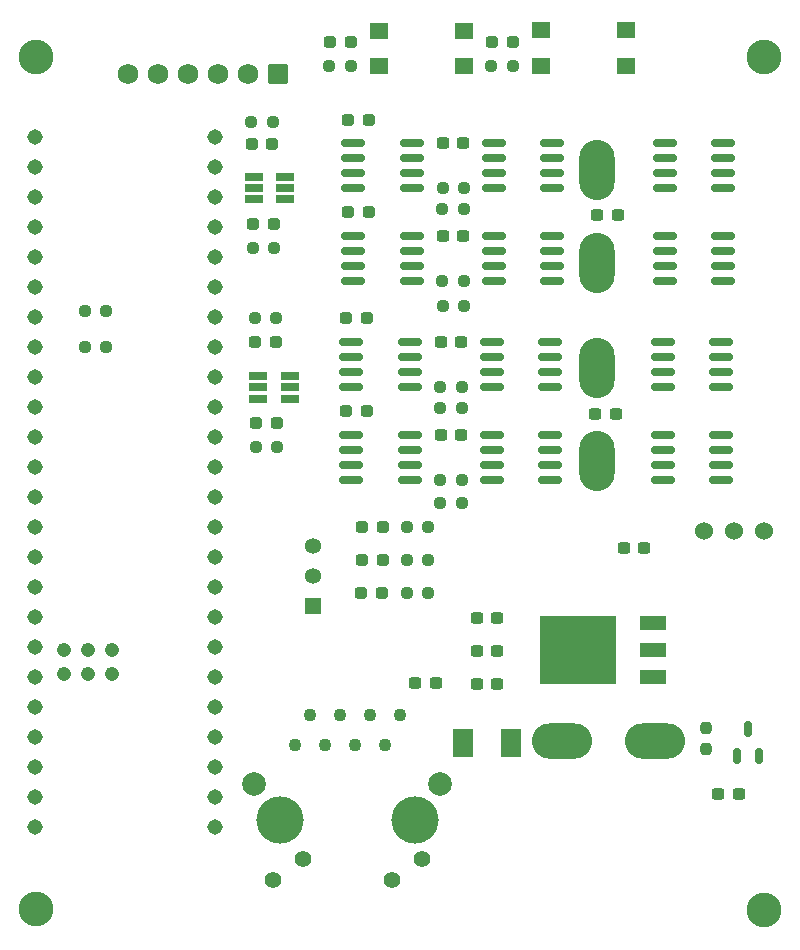
<source format=gts>
G04 #@! TF.GenerationSoftware,KiCad,Pcbnew,(6.0.7)*
G04 #@! TF.CreationDate,2023-03-21T01:18:23-05:00*
G04 #@! TF.ProjectId,SignalStack_Board,5369676e-616c-4537-9461-636b5f426f61,rev?*
G04 #@! TF.SameCoordinates,Original*
G04 #@! TF.FileFunction,Soldermask,Top*
G04 #@! TF.FilePolarity,Negative*
%FSLAX46Y46*%
G04 Gerber Fmt 4.6, Leading zero omitted, Abs format (unit mm)*
G04 Created by KiCad (PCBNEW (6.0.7)) date 2023-03-21 01:18:23*
%MOMM*%
%LPD*%
G01*
G04 APERTURE LIST*
G04 Aperture macros list*
%AMRoundRect*
0 Rectangle with rounded corners*
0 $1 Rounding radius*
0 $2 $3 $4 $5 $6 $7 $8 $9 X,Y pos of 4 corners*
0 Add a 4 corners polygon primitive as box body*
4,1,4,$2,$3,$4,$5,$6,$7,$8,$9,$2,$3,0*
0 Add four circle primitives for the rounded corners*
1,1,$1+$1,$2,$3*
1,1,$1+$1,$4,$5*
1,1,$1+$1,$6,$7*
1,1,$1+$1,$8,$9*
0 Add four rect primitives between the rounded corners*
20,1,$1+$1,$2,$3,$4,$5,0*
20,1,$1+$1,$4,$5,$6,$7,0*
20,1,$1+$1,$6,$7,$8,$9,0*
20,1,$1+$1,$8,$9,$2,$3,0*%
G04 Aperture macros list end*
%ADD10RoundRect,0.237500X0.287500X0.237500X-0.287500X0.237500X-0.287500X-0.237500X0.287500X-0.237500X0*%
%ADD11RoundRect,0.237500X-0.300000X-0.237500X0.300000X-0.237500X0.300000X0.237500X-0.300000X0.237500X0*%
%ADD12RoundRect,0.237500X-0.250000X-0.237500X0.250000X-0.237500X0.250000X0.237500X-0.250000X0.237500X0*%
%ADD13RoundRect,0.237500X0.300000X0.237500X-0.300000X0.237500X-0.300000X-0.237500X0.300000X-0.237500X0*%
%ADD14RoundRect,0.250000X0.620000X0.620000X-0.620000X0.620000X-0.620000X-0.620000X0.620000X-0.620000X0*%
%ADD15C,1.740000*%
%ADD16RoundRect,0.237500X0.250000X0.237500X-0.250000X0.237500X-0.250000X-0.237500X0.250000X-0.237500X0*%
%ADD17R,1.600000X1.400000*%
%ADD18RoundRect,0.150000X-0.825000X-0.150000X0.825000X-0.150000X0.825000X0.150000X-0.825000X0.150000X0*%
%ADD19C,2.946400*%
%ADD20C,1.100000*%
%ADD21C,1.400000*%
%ADD22C,4.000000*%
%ADD23C,2.000000*%
%ADD24R,1.560000X0.650000*%
%ADD25R,1.800000X2.400000*%
%ADD26C,1.308000*%
%ADD27C,1.208000*%
%ADD28R,1.358000X1.358000*%
%ADD29C,1.358000*%
%ADD30RoundRect,0.150000X0.150000X-0.512500X0.150000X0.512500X-0.150000X0.512500X-0.150000X-0.512500X0*%
%ADD31RoundRect,0.237500X-0.287500X-0.237500X0.287500X-0.237500X0.287500X0.237500X-0.287500X0.237500X0*%
%ADD32R,2.200000X1.200000*%
%ADD33R,6.400000X5.800000*%
%ADD34RoundRect,0.237500X0.237500X-0.250000X0.237500X0.250000X-0.237500X0.250000X-0.237500X-0.250000X0*%
%ADD35C,1.524000*%
%ADD36O,5.100000X3.000000*%
%ADD37O,3.000000X5.100000*%
G04 APERTURE END LIST*
D10*
X144385000Y-84201000D03*
X142635000Y-84201000D03*
D11*
X150831300Y-77216000D03*
X152556300Y-77216000D03*
D12*
X150589000Y-91821000D03*
X152414000Y-91821000D03*
D11*
X150662500Y-86233000D03*
X152387500Y-86233000D03*
D10*
X143011500Y-60833000D03*
X141261500Y-60833000D03*
D12*
X150612500Y-90043000D03*
X152437500Y-90043000D03*
X150612500Y-99822000D03*
X152437500Y-99822000D03*
D13*
X155421500Y-115189000D03*
X153696500Y-115189000D03*
D10*
X144567800Y-67437000D03*
X142817800Y-67437000D03*
D12*
X147781000Y-101877500D03*
X149606000Y-101877500D03*
D14*
X136906000Y-63488000D03*
D15*
X134366000Y-63488000D03*
X131826000Y-63488000D03*
X129286000Y-63488000D03*
X126746000Y-63488000D03*
X124206000Y-63488000D03*
D16*
X156765000Y-62827500D03*
X154940000Y-62827500D03*
D17*
X159110500Y-59803500D03*
X166310500Y-59803500D03*
X166310500Y-62803500D03*
X159110500Y-62803500D03*
D12*
X150804800Y-73152000D03*
X152629800Y-73152000D03*
D18*
X154963200Y-86233000D03*
X154963200Y-87503000D03*
X154963200Y-88773000D03*
X154963200Y-90043000D03*
X159913200Y-90043000D03*
X159913200Y-88773000D03*
X159913200Y-87503000D03*
X159913200Y-86233000D03*
X155132000Y-77216000D03*
X155132000Y-78486000D03*
X155132000Y-79756000D03*
X155132000Y-81026000D03*
X160082000Y-81026000D03*
X160082000Y-79756000D03*
X160082000Y-78486000D03*
X160082000Y-77216000D03*
X169441200Y-86233000D03*
X169441200Y-87503000D03*
X169441200Y-88773000D03*
X169441200Y-90043000D03*
X174391200Y-90043000D03*
X174391200Y-88773000D03*
X174391200Y-87503000D03*
X174391200Y-86233000D03*
X143249800Y-77216000D03*
X143249800Y-78486000D03*
X143249800Y-79756000D03*
X143249800Y-81026000D03*
X148199800Y-81026000D03*
X148199800Y-79756000D03*
X148199800Y-78486000D03*
X148199800Y-77216000D03*
D11*
X148489500Y-115062000D03*
X150214500Y-115062000D03*
D19*
X116414423Y-62058423D03*
D16*
X143049000Y-62865000D03*
X141224000Y-62865000D03*
D12*
X150781300Y-81026000D03*
X152606300Y-81026000D03*
D17*
X152594500Y-59841000D03*
X145394500Y-59841000D03*
X152594500Y-62841000D03*
X145394500Y-62841000D03*
D12*
X134989500Y-95097250D03*
X136814500Y-95097250D03*
D11*
X163912300Y-75438000D03*
X165637300Y-75438000D03*
D20*
X138303000Y-120350000D03*
X139573000Y-117810000D03*
X140843000Y-120350000D03*
X142113000Y-117810000D03*
X143383000Y-120350000D03*
X144653000Y-117810000D03*
X145923000Y-120350000D03*
X147193000Y-117810000D03*
D21*
X136423000Y-131780000D03*
X138963000Y-129990000D03*
X146533000Y-131780000D03*
X149073000Y-129990000D03*
D22*
X137033000Y-126700000D03*
X148463000Y-126700000D03*
D23*
X150623000Y-123650000D03*
X134873000Y-123650000D03*
D11*
X150831300Y-69342000D03*
X152556300Y-69342000D03*
D24*
X135210500Y-89093000D03*
X135210500Y-90043000D03*
X135210500Y-90993000D03*
X137910500Y-90993000D03*
X137910500Y-90043000D03*
X137910500Y-89093000D03*
D13*
X175868500Y-124460000D03*
X174143500Y-124460000D03*
D12*
X134714000Y-78232000D03*
X136539000Y-78232000D03*
D18*
X169610000Y-69342000D03*
X169610000Y-70612000D03*
X169610000Y-71882000D03*
X169610000Y-73152000D03*
X174560000Y-73152000D03*
X174560000Y-71882000D03*
X174560000Y-70612000D03*
X174560000Y-69342000D03*
D16*
X149606000Y-104671500D03*
X147781000Y-104671500D03*
D12*
X150612500Y-97917000D03*
X152437500Y-97917000D03*
D19*
X116414420Y-134239000D03*
D25*
X152527000Y-120142000D03*
X156577000Y-120142000D03*
D24*
X134794000Y-72202000D03*
X134794000Y-73152000D03*
X134794000Y-74102000D03*
X137494000Y-74102000D03*
X137494000Y-73152000D03*
X137494000Y-72202000D03*
D26*
X131572000Y-124714000D03*
X131572000Y-122174000D03*
X131572000Y-119634000D03*
X131572000Y-117094000D03*
X131572000Y-91694000D03*
X116332000Y-122174000D03*
X131572000Y-114554000D03*
X131572000Y-112014000D03*
X131572000Y-109474000D03*
X131572000Y-106934000D03*
X131572000Y-104394000D03*
X131572000Y-101854000D03*
X131572000Y-99314000D03*
X131572000Y-96774000D03*
X131572000Y-94234000D03*
X116332000Y-94234000D03*
X116332000Y-96774000D03*
X116332000Y-99314000D03*
X116332000Y-101854000D03*
X116332000Y-104394000D03*
X116332000Y-106934000D03*
X116332000Y-109474000D03*
X116332000Y-112014000D03*
X116332000Y-114554000D03*
X116332000Y-117094000D03*
X116332000Y-119634000D03*
X131572000Y-89154000D03*
X131572000Y-86614000D03*
X131572000Y-84074000D03*
X131572000Y-81534000D03*
X131572000Y-78994000D03*
X131572000Y-76454000D03*
X131572000Y-73914000D03*
X131572000Y-71374000D03*
X131572000Y-68834000D03*
X116332000Y-68834000D03*
X116332000Y-71374000D03*
X116332000Y-73914000D03*
X116332000Y-76454000D03*
X116332000Y-78994000D03*
X116332000Y-81534000D03*
X116332000Y-84074000D03*
X116332000Y-86614000D03*
X116332000Y-89154000D03*
X131572000Y-127254000D03*
X116332000Y-91694000D03*
X116332000Y-124714000D03*
D27*
X120782000Y-112284000D03*
X120782000Y-114284000D03*
X118782000Y-114284000D03*
X118782000Y-112284000D03*
X122782000Y-112284000D03*
X122782000Y-114284000D03*
D26*
X116332000Y-127254000D03*
D18*
X143249800Y-69342000D03*
X143249800Y-70612000D03*
X143249800Y-71882000D03*
X143249800Y-73152000D03*
X148199800Y-73152000D03*
X148199800Y-71882000D03*
X148199800Y-70612000D03*
X148199800Y-69342000D03*
D11*
X150662500Y-94107000D03*
X152387500Y-94107000D03*
D12*
X150781300Y-74930000D03*
X152606300Y-74930000D03*
D13*
X167867500Y-103632000D03*
X166142500Y-103632000D03*
X155421500Y-109601000D03*
X153696500Y-109601000D03*
D28*
X139799000Y-108526500D03*
D29*
X139799000Y-105986500D03*
X139799000Y-103446500D03*
D13*
X155421500Y-112395000D03*
X153696500Y-112395000D03*
D11*
X163743500Y-92329000D03*
X165468500Y-92329000D03*
D10*
X144385000Y-92075000D03*
X142635000Y-92075000D03*
D18*
X169610000Y-77216000D03*
X169610000Y-78486000D03*
X169610000Y-79756000D03*
X169610000Y-81026000D03*
X174560000Y-81026000D03*
X174560000Y-79756000D03*
X174560000Y-78486000D03*
X174560000Y-77216000D03*
D16*
X149606000Y-107465500D03*
X147781000Y-107465500D03*
D12*
X120499500Y-83566000D03*
X122324500Y-83566000D03*
D19*
X177971580Y-62058420D03*
D30*
X176657000Y-119004500D03*
X175707000Y-121279500D03*
X177607000Y-121279500D03*
D10*
X136763000Y-93065250D03*
X135013000Y-93065250D03*
D31*
X143895500Y-107465500D03*
X145645500Y-107465500D03*
D12*
X134596500Y-67564000D03*
X136421500Y-67564000D03*
D18*
X154963200Y-94107000D03*
X154963200Y-95377000D03*
X154963200Y-96647000D03*
X154963200Y-97917000D03*
X159913200Y-97917000D03*
X159913200Y-96647000D03*
X159913200Y-95377000D03*
X159913200Y-94107000D03*
X143081000Y-94107000D03*
X143081000Y-95377000D03*
X143081000Y-96647000D03*
X143081000Y-97917000D03*
X148031000Y-97917000D03*
X148031000Y-96647000D03*
X148031000Y-95377000D03*
X148031000Y-94107000D03*
D12*
X134900000Y-84201000D03*
X136725000Y-84201000D03*
D31*
X144008500Y-104671500D03*
X145758500Y-104671500D03*
D10*
X136673500Y-86233000D03*
X134923500Y-86233000D03*
D12*
X120499500Y-86614000D03*
X122324500Y-86614000D03*
X150804800Y-83185000D03*
X152629800Y-83185000D03*
D10*
X136384000Y-69469000D03*
X134634000Y-69469000D03*
D32*
X168582000Y-114547000D03*
D33*
X162282000Y-112267000D03*
D32*
X168582000Y-112267000D03*
X168582000Y-109987000D03*
D10*
X136511000Y-76200000D03*
X134761000Y-76200000D03*
D18*
X143081000Y-86233000D03*
X143081000Y-87503000D03*
X143081000Y-88773000D03*
X143081000Y-90043000D03*
X148031000Y-90043000D03*
X148031000Y-88773000D03*
X148031000Y-87503000D03*
X148031000Y-86233000D03*
D10*
X156727500Y-60795500D03*
X154977500Y-60795500D03*
X144567800Y-75184000D03*
X142817800Y-75184000D03*
D19*
X177971580Y-134283580D03*
D31*
X144008500Y-101877500D03*
X145758500Y-101877500D03*
D34*
X173101000Y-120673500D03*
X173101000Y-118848500D03*
D18*
X169441200Y-94107000D03*
X169441200Y-95377000D03*
X169441200Y-96647000D03*
X169441200Y-97917000D03*
X174391200Y-97917000D03*
X174391200Y-96647000D03*
X174391200Y-95377000D03*
X174391200Y-94107000D03*
D35*
X172974000Y-102235000D03*
X175514000Y-102235000D03*
X178054000Y-102235000D03*
D18*
X155132000Y-69342000D03*
X155132000Y-70612000D03*
X155132000Y-71882000D03*
X155132000Y-73152000D03*
X160082000Y-73152000D03*
X160082000Y-71882000D03*
X160082000Y-70612000D03*
X160082000Y-69342000D03*
D36*
X168783000Y-120013100D03*
X160909000Y-120013100D03*
D37*
X163894800Y-88392000D03*
X163894800Y-96266000D03*
X163894800Y-71628000D03*
X163894800Y-79502000D03*
M02*

</source>
